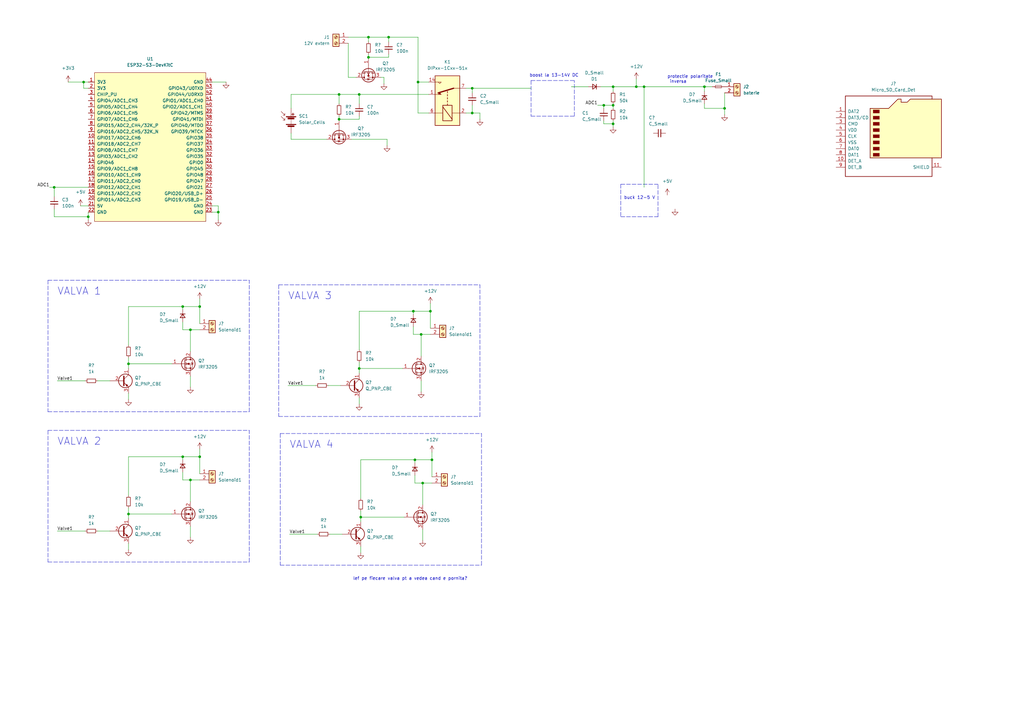
<source format=kicad_sch>
(kicad_sch (version 20211123) (generator eeschema)
  (paper "A3")
  (lib_symbols
    (symbol "Connector:Micro_SD_Card_Det" (pin_names (offset 1.016))
      (property "Reference" "J" (at -16.51 17.78 0))
      (property "Value" "Micro_SD_Card_Det" (at 16.51 17.78 0))
      (symbol "Micro_SD_Card_Det_0_1"
        (rectangle (start -7.62 -6.985) (end -5.08 -8.255) (fill (type outline)))
        (rectangle (start -7.62 -4.445) (end -5.08 -5.715) (fill (type outline)))
        (rectangle (start -7.62 -1.905) (end -5.08 -3.175) (fill (type outline)))
        (rectangle (start -7.62 0.635) (end -5.08 -0.635) (fill (type outline)))
        (rectangle (start -7.62 3.175) (end -5.08 1.905) (fill (type outline)))
        (rectangle (start -7.62 5.715) (end -5.08 4.445) (fill (type outline)))
        (rectangle (start -7.62 8.255) (end -5.08 6.985) (fill (type outline)))
        (rectangle (start -7.62 10.795) (end -5.08 9.525) (fill (type outline)))
        (polyline (pts (xy 16.51 15.24) (xy 16.51 16.51) (xy -19.05 16.51) (xy -19.05 -16.51) (xy 16.51 -16.51) (xy 16.51 -8.89)) (stroke (width 0.254)))
        (polyline (pts (xy -8.89 -8.89) (xy -8.89 11.43) (xy -1.27 11.43) (xy 2.54 15.24) (xy 3.81 15.24) (xy 3.81 13.97) (xy 6.35 13.97) (xy 7.62 15.24) (xy 20.32 15.24) (xy 20.32 -8.89) (xy -8.89 -8.89)) (stroke (width 0.254)) (fill (type background)))
      )
      (symbol "Micro_SD_Card_Det_1_1"
        (pin bidirectional line (at -22.86 10.16 0) (length 3.81) (name "DAT2") (number "1"))
        (pin passive line (at -22.86 -10.16 0) (length 3.81) (name "DET_A") (number "10"))
        (pin passive line (at 20.32 -12.7 180) (length 3.81) (name "SHIELD") (number "11"))
        (pin bidirectional line (at -22.86 7.62 0) (length 3.81) (name "DAT3/CD") (number "2"))
        (pin input line (at -22.86 5.08 0) (length 3.81) (name "CMD") (number "3"))
        (pin power_in line (at -22.86 2.54 0) (length 3.81) (name "VDD") (number "4"))
        (pin input line (at -22.86 0 0) (length 3.81) (name "CLK") (number "5"))
        (pin power_in line (at -22.86 -2.54 0) (length 3.81) (name "VSS") (number "6"))
        (pin bidirectional line (at -22.86 -5.08 0) (length 3.81) (name "DAT0") (number "7"))
        (pin bidirectional line (at -22.86 -7.62 0) (length 3.81) (name "DAT1") (number "8"))
        (pin passive line (at -22.86 -12.7 0) (length 3.81) (name "DET_B") (number "9"))
      )
    )
    (symbol "Connector:Screw_Terminal_01x02" (pin_names (offset 1.016) hide)
      (property "Reference" "J" (at 0 2.54 0))
      (property "Value" "Screw_Terminal_01x02" (at 0 -5.08 0))
      (symbol "Screw_Terminal_01x02_1_1"
        (rectangle (start -1.27 1.27) (end 1.27 -3.81) (stroke (width 0.254)) (fill (type background)))
        (circle (center 0 -2.54) (radius 0.635) (stroke (width 0.1524)))
        (polyline (pts (xy -0.5334 -2.2098) (xy 0.3302 -3.048)) (stroke (width 0.1524)))
        (polyline (pts (xy -0.5334 0.3302) (xy 0.3302 -0.508)) (stroke (width 0.1524)))
        (polyline (pts (xy -0.3556 -2.032) (xy 0.508 -2.8702)) (stroke (width 0.1524)))
        (polyline (pts (xy -0.3556 0.508) (xy 0.508 -0.3302)) (stroke (width 0.1524)))
        (circle (center 0 0) (radius 0.635) (stroke (width 0.1524)))
        (pin passive line (at -5.08 0 0) (length 3.81) (name "Pin_1") (number "1"))
        (pin passive line (at -5.08 -2.54 0) (length 3.81) (name "Pin_2") (number "2"))
      )
    )
    (symbol "Device:C_Small" (pin_numbers hide) (pin_names (offset 0.254) hide)
      (property "Reference" "C" (at 0.254 1.778 0))
      (property "Value" "C_Small" (at 0.254 -2.032 0))
      (symbol "C_Small_0_1"
        (polyline (pts (xy -1.524 -0.508) (xy 1.524 -0.508)) (stroke (width 0.3302)))
        (polyline (pts (xy -1.524 0.508) (xy 1.524 0.508)) (stroke (width 0.3048)))
      )
      (symbol "C_Small_1_1"
        (pin passive line (at 0 2.54 270) (length 2.032) (name "~") (number "1"))
        (pin passive line (at 0 -2.54 90) (length 2.032) (name "~") (number "2"))
      )
    )
    (symbol "Device:D_Small" (pin_numbers hide) (pin_names (offset 0.254) hide)
      (property "Reference" "D" (at -1.27 2.032 0))
      (property "Value" "D_Small" (at -3.81 -2.032 0))
      (symbol "D_Small_0_1"
        (polyline (pts (xy -0.762 -1.016) (xy -0.762 1.016)) (stroke (width 0.254)))
        (polyline (pts (xy -0.762 0) (xy 0.762 0)))
        (polyline (pts (xy 0.762 -1.016) (xy -0.762 0) (xy 0.762 1.016) (xy 0.762 -1.016)) (stroke (width 0.254)))
      )
      (symbol "D_Small_1_1"
        (pin passive line (at -2.54 0 0) (length 1.778) (name "K") (number "1"))
        (pin passive line (at 2.54 0 180) (length 1.778) (name "A") (number "2"))
      )
    )
    (symbol "Device:Fuse_Small" (pin_numbers hide) (pin_names (offset 0.254) hide)
      (property "Reference" "F" (at 0 -1.524 0))
      (property "Value" "Fuse_Small" (at 0 1.524 0))
      (symbol "Fuse_Small_0_1"
        (rectangle (start -1.27 0.508) (end 1.27 -0.508))
        (polyline (pts (xy -1.27 0) (xy 1.27 0)))
      )
      (symbol "Fuse_Small_1_1"
        (pin passive line (at -2.54 0 0) (length 1.27) (name "~") (number "1"))
        (pin passive line (at 2.54 0 180) (length 1.27) (name "~") (number "2"))
      )
    )
    (symbol "Device:Q_PNP_CBE" (pin_names (offset 0) hide)
      (property "Reference" "Q" (at 5.08 1.27 0))
      (property "Value" "Q_PNP_CBE" (at 5.08 -1.27 0))
      (symbol "Q_PNP_CBE_0_1"
        (polyline (pts (xy 0.635 0.635) (xy 2.54 2.54)))
        (polyline (pts (xy 0.635 -0.635) (xy 2.54 -2.54) (xy 2.54 -2.54)))
        (polyline (pts (xy 0.635 1.905) (xy 0.635 -1.905) (xy 0.635 -1.905)) (stroke (width 0.508)))
        (polyline (pts (xy 2.286 -1.778) (xy 1.778 -2.286) (xy 1.27 -1.27) (xy 2.286 -1.778) (xy 2.286 -1.778)) (fill (type outline)))
        (circle (center 1.27 0) (radius 2.8194) (stroke (width 0.254)))
      )
      (symbol "Q_PNP_CBE_1_1"
        (pin passive line (at 2.54 5.08 270) (length 2.54) (name "C") (number "1"))
        (pin input line (at -5.08 0 0) (length 5.715) (name "B") (number "2"))
        (pin passive line (at 2.54 -5.08 90) (length 2.54) (name "E") (number "3"))
      )
    )
    (symbol "Device:R_Small" (pin_numbers hide) (pin_names (offset 0.254) hide)
      (property "Reference" "R" (at 0.762 0.508 0))
      (property "Value" "R_Small" (at 0.762 -1.016 0))
      (symbol "R_Small_0_1"
        (rectangle (start -0.762 1.778) (end 0.762 -1.778) (stroke (width 0.2032)))
      )
      (symbol "R_Small_1_1"
        (pin passive line (at 0 2.54 270) (length 0.762) (name "~") (number "1"))
        (pin passive line (at 0 -2.54 90) (length 0.762) (name "~") (number "2"))
      )
    )
    (symbol "Device:Solar_Cells" (pin_numbers hide) (pin_names (offset 0) hide)
      (property "Reference" "SC" (at 2.54 2.54 0))
      (property "Value" "Solar_Cells" (at 2.54 0 0))
      (symbol "Solar_Cells_0_1"
        (rectangle (start -2.032 -1.397) (end 2.032 -1.651) (fill (type outline)))
        (rectangle (start -2.032 1.778) (end 2.032 1.524) (fill (type outline)))
        (rectangle (start -1.3208 -1.9812) (end 1.27 -2.4892) (fill (type outline)))
        (rectangle (start -1.3208 1.1938) (end 1.27 0.6858) (fill (type outline)))
        (polyline (pts (xy -2.54 0.254) (xy -4.064 1.778)))
        (polyline (pts (xy -2.54 2.286) (xy -4.064 3.81)))
        (polyline (pts (xy 0 -1.524) (xy 0 -1.27)))
        (polyline (pts (xy 0 -1.016) (xy 0 -0.762)))
        (polyline (pts (xy 0 -0.508) (xy 0 -0.254)))
        (polyline (pts (xy 0 0) (xy 0 0.254)))
        (polyline (pts (xy 0 0.508) (xy 0 0.762)))
        (polyline (pts (xy 0 1.778) (xy 0 2.54)))
        (polyline (pts (xy 0.254 2.667) (xy 1.27 2.667)) (stroke (width 0.254)))
        (polyline (pts (xy 0.762 3.175) (xy 0.762 2.159)) (stroke (width 0.254)))
        (polyline (pts (xy -2.54 1.016) (xy -2.54 0.254) (xy -3.302 0.254)))
        (polyline (pts (xy -2.54 3.048) (xy -2.54 2.286) (xy -3.302 2.286)))
      )
      (symbol "Solar_Cells_1_1"
        (pin passive line (at 0 5.08 270) (length 2.54) (name "+") (number "1"))
        (pin passive line (at 0 -5.08 90) (length 2.54) (name "-") (number "2"))
      )
    )
    (symbol "Espressif:ESP32-S3-DevKitC" (pin_names (offset 1.016))
      (property "Reference" "U" (at -2.54 30.48 0))
      (property "Value" "ESP32-S3-DevKitC" (at 1.27 -33.02 0))
      (symbol "ESP32-S3-DevKitC_0_0"
        (pin bidirectional line (at -25.4 -7.62 0) (length 2.54) (name "GPIO46") (number "14"))
        (pin bidirectional line (at -25.4 -20.32 0) (length 2.54) (name "GPIO13/ADC2_CH2") (number "19"))
        (pin power_in line (at -25.4 22.86 0) (length 2.54) (name "3V3") (number "2"))
        (pin bidirectional line (at 25.4 12.7 180) (length 2.54) (name "GPIO42/MTMS") (number "39"))
        (pin bidirectional line (at 25.4 15.24 180) (length 2.54) (name "GPIO2/ADC1_CH1") (number "40"))
        (pin bidirectional line (at 25.4 17.78 180) (length 2.54) (name "GPIO1/ADC1_CH0") (number "41"))
        (pin bidirectional line (at 25.4 20.32 180) (length 2.54) (name "GPIO44/U0RXD") (number "42"))
        (pin bidirectional line (at 25.4 22.86 180) (length 2.54) (name "GPIO43/U0TXD") (number "43"))
        (pin power_in line (at 25.4 25.4 180) (length 2.54) (name "GND") (number "44"))
      )
      (symbol "ESP32-S3-DevKitC_0_1"
        (rectangle (start 22.86 -31.75) (end -22.86 29.21) (fill (type background)))
      )
      (symbol "ESP32-S3-DevKitC_1_1"
        (pin power_in line (at -25.4 25.4 0) (length 2.54) (name "3V3") (number "1"))
        (pin bidirectional line (at -25.4 2.54 0) (length 2.54) (name "GPIO17/ADC2_CH6") (number "10"))
        (pin bidirectional line (at -25.4 0 0) (length 2.54) (name "GPIO18/ADC2_CH7") (number "11"))
        (pin bidirectional line (at -25.4 -2.54 0) (length 2.54) (name "GPIO8/ADC1_CH7") (number "12"))
        (pin bidirectional line (at -25.4 -5.08 0) (length 2.54) (name "GPIO3/ADC1_CH2") (number "13"))
        (pin bidirectional line (at -25.4 -10.16 0) (length 2.54) (name "GPIO9/ADC1_CH8") (number "15"))
        (pin bidirectional line (at -25.4 -12.7 0) (length 2.54) (name "GPIO10/ADC1_CH9") (number "16"))
        (pin bidirectional line (at -25.4 -15.24 0) (length 2.54) (name "GPIO11/ADC2_CH0") (number "17"))
        (pin bidirectional line (at -25.4 -17.78 0) (length 2.54) (name "GPIO12/ADC2_CH1") (number "18"))
        (pin bidirectional line (at -25.4 -22.86 0) (length 2.54) (name "GPIO14/ADC2_CH3") (number "20"))
        (pin power_in line (at -25.4 -25.4 0) (length 2.54) (name "5V") (number "21"))
        (pin power_in line (at -25.4 -27.94 0) (length 2.54) (name "GND") (number "22"))
        (pin power_in line (at 25.4 -27.94 180) (length 2.54) (name "GND") (number "23"))
        (pin power_in line (at 25.4 -25.4 180) (length 2.54) (name "GND") (number "24"))
        (pin bidirectional line (at 25.4 -22.86 180) (length 2.54) (name "GPIO19/USB_D-") (number "25"))
        (pin bidirectional line (at 25.4 -20.32 180) (length 2.54) (name "GPIO20/USB_D+") (number "26"))
        (pin bidirectional line (at 25.4 -17.78 180) (length 2.54) (name "GPIO21") (number "27"))
        (pin bidirectional line (at 25.4 -15.24 180) (length 2.54) (name "GPIO47") (number "28"))
        (pin bidirectional line (at 25.4 -12.7 180) (length 2.54) (name "GPIO48") (number "29"))
        (pin input line (at -25.4 20.32 0) (length 2.54) (name "CHIP_PU") (number "3"))
        (pin bidirectional line (at 25.4 -10.16 180) (length 2.54) (name "GPIO45") (number "30"))
        (pin bidirectional line (at 25.4 -7.62 180) (length 2.54) (name "GPIO0") (number "31"))
        (pin bidirectional line (at 25.4 -5.08 180) (length 2.54) (name "GPIO35") (number "32"))
        (pin bidirectional line (at 25.4 -2.54 180) (length 2.54) (name "GPIO36") (number "33"))
        (pin bidirectional line (at 25.4 0 180) (length 2.54) (name "GPIO37") (number "34"))
        (pin bidirectional line (at 25.4 2.54 180) (length 2.54) (name "GPIO38") (number "35"))
        (pin bidirectional line (at 25.4 5.08 180) (length 2.54) (name "GPIO39/MTCK") (number "36"))
        (pin bidirectional line (at 25.4 7.62 180) (length 2.54) (name "GPIO40/MTDO") (number "37"))
        (pin bidirectional line (at 25.4 10.16 180) (length 2.54) (name "GPIO41/MTDI") (number "38"))
        (pin bidirectional line (at -25.4 17.78 0) (length 2.54) (name "GPIO4/ADC1_CH3") (number "4"))
        (pin bidirectional line (at -25.4 15.24 0) (length 2.54) (name "GPIO5/ADC1_CH4") (number "5"))
        (pin bidirectional line (at -25.4 12.7 0) (length 2.54) (name "GPIO6/ADC1_CH5") (number "6"))
        (pin bidirectional line (at -25.4 10.16 0) (length 2.54) (name "GPIO7/ADC1_CH6") (number "7"))
        (pin bidirectional line (at -25.4 7.62 0) (length 2.54) (name "GPIO15/ADC2_CH4/32K_P") (number "8"))
        (pin bidirectional line (at -25.4 5.08 0) (length 2.54) (name "GPIO16/ADC2_CH5/32K_N") (number "9"))
      )
    )
    (symbol "Relay:DIPxx-1Cxx-51x"
      (property "Reference" "K" (at 11.43 3.81 0))
      (property "Value" "DIPxx-1Cxx-51x" (at 11.43 1.27 0))
      (symbol "DIPxx-1Cxx-51x_0_0"
        (polyline (pts (xy 2.54 5.08) (xy 2.54 2.54) (xy 3.175 3.175) (xy 2.54 3.81)) (fill (type outline)))
        (polyline (pts (xy 7.62 5.08) (xy 7.62 2.54) (xy 6.985 3.175) (xy 7.62 3.81)))
      )
      (symbol "DIPxx-1Cxx-51x_0_1"
        (rectangle (start -10.16 5.08) (end 10.16 -5.08) (stroke (width 0.254)) (fill (type background)))
        (rectangle (start -8.255 1.905) (end -1.905 -1.905) (stroke (width 0.254)))
        (polyline (pts (xy -7.62 -1.905) (xy -2.54 1.905)) (stroke (width 0.254)))
        (polyline (pts (xy -5.08 -5.08) (xy -5.08 -1.905)))
        (polyline (pts (xy -5.08 5.08) (xy -5.08 1.905)))
        (polyline (pts (xy -1.905 0) (xy -1.27 0)) (stroke (width 0.254)))
        (polyline (pts (xy -0.635 0) (xy 0 0)) (stroke (width 0.254)))
        (polyline (pts (xy 0.635 0) (xy 1.27 0)) (stroke (width 0.254)))
        (polyline (pts (xy 1.905 0) (xy 2.54 0)) (stroke (width 0.254)))
        (polyline (pts (xy 3.175 0) (xy 3.81 0)) (stroke (width 0.254)))
        (polyline (pts (xy 5.08 -2.54) (xy 3.175 3.81)) (stroke (width 0.508)))
        (polyline (pts (xy 5.08 -2.54) (xy 5.08 -5.08)))
      )
      (symbol "DIPxx-1Cxx-51x_1_1"
        (pin passive line (at 2.54 7.62 270) (length 2.54) (name "~") (number "1"))
        (pin passive line (at 7.62 7.62 270) (length 2.54) (name "~") (number "14"))
        (pin passive line (at -5.08 -7.62 90) (length 2.54) (name "~") (number "2"))
        (pin passive line (at -5.08 7.62 270) (length 2.54) (name "~") (number "6"))
        (pin passive line (at 5.08 -7.62 90) (length 2.54) (name "~") (number "7"))
        (pin passive line (at 5.08 -7.62 90) (length 2.54) hide (name "~") (number "8"))
      )
    )
    (symbol "Transistor_FET:IRF3205" (pin_names hide)
      (property "Reference" "Q" (at 6.35 1.905 0))
      (property "Value" "IRF3205" (at 6.35 0 0))
      (symbol "IRF3205_0_1"
        (polyline (pts (xy 0.254 0) (xy -2.54 0)))
        (polyline (pts (xy 0.254 1.905) (xy 0.254 -1.905)) (stroke (width 0.254)))
        (polyline (pts (xy 0.762 -1.27) (xy 0.762 -2.286)) (stroke (width 0.254)))
        (polyline (pts (xy 0.762 0.508) (xy 0.762 -0.508)) (stroke (width 0.254)))
        (polyline (pts (xy 0.762 2.286) (xy 0.762 1.27)) (stroke (width 0.254)))
        (polyline (pts (xy 2.54 2.54) (xy 2.54 1.778)))
        (polyline (pts (xy 2.54 -2.54) (xy 2.54 0) (xy 0.762 0)))
        (polyline (pts (xy 0.762 -1.778) (xy 3.302 -1.778) (xy 3.302 1.778) (xy 0.762 1.778)))
        (polyline (pts (xy 1.016 0) (xy 2.032 0.381) (xy 2.032 -0.381) (xy 1.016 0)) (fill (type outline)))
        (polyline (pts (xy 2.794 0.508) (xy 2.921 0.381) (xy 3.683 0.381) (xy 3.81 0.254)))
        (polyline (pts (xy 3.302 0.381) (xy 2.921 -0.254) (xy 3.683 -0.254) (xy 3.302 0.381)))
        (circle (center 1.651 0) (radius 2.794) (stroke (width 0.254)))
        (circle (center 2.54 -1.778) (radius 0.254) (fill (type outline)))
        (circle (center 2.54 1.778) (radius 0.254) (fill (type outline)))
      )
      (symbol "IRF3205_1_1"
        (pin input line (at -5.08 0 0) (length 2.54) (name "G") (number "1"))
        (pin passive line (at 2.54 5.08 270) (length 2.54) (name "D") (number "2"))
        (pin passive line (at 2.54 -5.08 90) (length 2.54) (name "S") (number "3"))
      )
    )
    (symbol "power:+12V" (power) (pin_names (offset 0))
      (property "Value" "+12V" (at 0 3.556 0))
      (symbol "+12V_0_1"
        (polyline (pts (xy -0.762 1.27) (xy 0 2.54)))
        (polyline (pts (xy 0 0) (xy 0 2.54)))
        (polyline (pts (xy 0 2.54) (xy 0.762 1.27)))
      )
      (symbol "+12V_1_1"
        (pin power_in line (at 0 0 90) (length 0) hide (name "+12V") (number "1"))
      )
    )
    (symbol "power:+3V3" (power) (pin_names (offset 0))
      (property "Value" "+3V3" (at 0 3.556 0))
      (symbol "+3V3_0_1"
        (polyline (pts (xy -0.762 1.27) (xy 0 2.54)))
        (polyline (pts (xy 0 0) (xy 0 2.54)))
        (polyline (pts (xy 0 2.54) (xy 0.762 1.27)))
      )
      (symbol "+3V3_1_1"
        (pin power_in line (at 0 0 90) (length 0) hide (name "+3V3") (number "1"))
      )
    )
    (symbol "power:+5V" (power) (pin_names (offset 0))
      (property "Value" "+5V" (at 0 3.556 0))
      (symbol "+5V_0_1"
        (polyline (pts (xy -0.762 1.27) (xy 0 2.54)))
        (polyline (pts (xy 0 0) (xy 0 2.54)))
        (polyline (pts (xy 0 2.54) (xy 0.762 1.27)))
      )
      (symbol "+5V_1_1"
        (pin power_in line (at 0 0 90) (length 0) hide (name "+5V") (number "1"))
      )
    )
    (symbol "power:GND" (power) (pin_names (offset 0))
      (property "Value" "GND" (at 0 -3.81 0))
      (symbol "GND_0_1"
        (polyline (pts (xy 0 0) (xy 0 -1.27) (xy 1.27 -1.27) (xy 0 -2.54) (xy -1.27 -1.27) (xy 0 -1.27)))
      )
      (symbol "GND_1_1"
        (pin power_in line (at 0 0 270) (length 0) hide (name "GND") (number "1"))
      )
    )
  )
  (junction (at 159.385 15.24))
  (junction (at 251.46 35.56))
  (junction (at 52.705 149.225))
  (junction (at 173.355 198.12))
  (junction (at 171.45 33.655))
  (junction (at 81.915 187.325))
  (junction (at 251.46 50.8))
  (junction (at 139.065 38.735))
  (junction (at 172.72 137.16))
  (junction (at 151.13 15.24))
  (junction (at 89.535 86.995))
  (junction (at 147.32 38.735))
  (junction (at 22.225 76.835))
  (junction (at 147.32 151.13))
  (junction (at 78.105 196.85))
  (junction (at 151.13 23.495))
  (junction (at 260.985 35.56))
  (junction (at 74.93 125.73))
  (junction (at 247.65 43.18))
  (junction (at 170.18 188.595))
  (junction (at 288.925 35.56))
  (junction (at 139.065 48.895))
  (junction (at 78.105 135.255))
  (junction (at 176.53 127.635))
  (junction (at 251.46 43.18))
  (junction (at 81.915 125.73))
  (junction (at 36.195 88.9))
  (junction (at 177.165 188.595))
  (junction (at 147.955 212.09))
  (junction (at 74.93 187.325))
  (junction (at 169.545 127.635))
  (junction (at 34.29 33.655))
  (junction (at 297.18 44.45))
  (junction (at 193.675 46.355))
  (junction (at 264.16 35.56))
  (junction (at 52.705 210.82))
  (junction (at 193.675 36.195))
  (wire (pts (xy 135.255 219.075) (xy 140.335 219.075)))
  (wire (pts (xy 175.895 46.355) (xy 171.45 46.355)))
  (wire (pts (xy 147.955 213.995) (xy 147.955 212.09)))
  (polyline (pts (xy 114.3 170.815) (xy 196.85 170.815)))
  (wire (pts (xy 245.11 43.18) (xy 247.65 43.18)))
  (wire (pts (xy 78.105 215.9) (xy 78.105 220.345)))
  (wire (pts (xy 147.32 153.035) (xy 147.32 151.13)))
  (wire (pts (xy 142.875 15.24) (xy 151.13 15.24)))
  (wire (pts (xy 156.21 31.75) (xy 157.48 31.75)))
  (polyline (pts (xy 19.685 176.53) (xy 102.235 176.53)))
  (wire (pts (xy 36.195 88.9) (xy 36.195 90.17)))
  (wire (pts (xy 52.705 225.425) (xy 52.705 222.885)))
  (wire (pts (xy 251.46 35.56) (xy 251.46 37.465)))
  (wire (pts (xy 297.18 44.45) (xy 297.18 46.99)))
  (wire (pts (xy 52.705 151.13) (xy 52.705 149.225)))
  (wire (pts (xy 20.32 76.835) (xy 22.225 76.835)))
  (wire (pts (xy 151.13 22.225) (xy 151.13 23.495)))
  (wire (pts (xy 119.38 44.45) (xy 119.38 38.735)))
  (wire (pts (xy 159.385 15.24) (xy 171.45 15.24)))
  (polyline (pts (xy 235.585 47.625) (xy 235.585 33.02)))
  (wire (pts (xy 171.45 33.655) (xy 175.895 33.655)))
  (wire (pts (xy 288.925 42.545) (xy 288.925 44.45)))
  (wire (pts (xy 193.675 46.355) (xy 191.135 46.355)))
  (wire (pts (xy 139.065 47.625) (xy 139.065 48.895)))
  (wire (pts (xy 171.45 46.355) (xy 171.45 33.655)))
  (wire (pts (xy 193.675 43.18) (xy 193.675 46.355)))
  (wire (pts (xy 27.94 33.655) (xy 34.29 33.655)))
  (polyline (pts (xy 217.805 33.02) (xy 217.805 47.625)))
  (polyline (pts (xy 269.875 88.9) (xy 269.875 75.565)))
  (wire (pts (xy 40.005 217.805) (xy 45.085 217.805)))
  (wire (pts (xy 74.93 125.73) (xy 81.915 125.73)))
  (polyline (pts (xy 19.685 168.91) (xy 102.235 168.91)))
  (wire (pts (xy 139.065 48.895) (xy 139.065 49.53)))
  (wire (pts (xy 133.985 57.15) (xy 119.38 57.15)))
  (polyline (pts (xy 114.3 116.84) (xy 196.85 116.84)))
  (wire (pts (xy 23.495 156.21) (xy 34.925 156.21)))
  (wire (pts (xy 193.675 36.195) (xy 193.675 38.1)))
  (wire (pts (xy 171.45 15.24) (xy 171.45 33.655)))
  (wire (pts (xy 142.875 31.75) (xy 142.875 17.78)))
  (wire (pts (xy 52.705 212.725) (xy 52.705 210.82)))
  (wire (pts (xy 74.93 127) (xy 74.93 125.73)))
  (wire (pts (xy 172.72 137.16) (xy 176.53 137.16)))
  (polyline (pts (xy 19.685 230.505) (xy 102.235 230.505)))
  (wire (pts (xy 81.915 184.15) (xy 81.915 187.325)))
  (wire (pts (xy 264.16 35.56) (xy 264.16 76.835)))
  (wire (pts (xy 151.13 23.495) (xy 159.385 23.495)))
  (wire (pts (xy 193.675 36.195) (xy 217.805 36.195)))
  (wire (pts (xy 118.745 219.075) (xy 130.175 219.075)))
  (wire (pts (xy 173.355 198.12) (xy 173.355 207.01)))
  (wire (pts (xy 264.16 35.56) (xy 288.925 35.56)))
  (wire (pts (xy 147.32 42.545) (xy 147.32 38.735)))
  (wire (pts (xy 173.355 217.17) (xy 173.355 221.615)))
  (wire (pts (xy 147.32 151.13) (xy 165.1 151.13)))
  (polyline (pts (xy 254.635 75.565) (xy 254.635 88.9)))
  (wire (pts (xy 74.93 196.85) (xy 78.105 196.85)))
  (wire (pts (xy 251.46 50.8) (xy 251.46 52.07)))
  (polyline (pts (xy 197.485 231.775) (xy 197.485 177.8)))
  (polyline (pts (xy 114.935 177.8) (xy 114.935 231.775)))
  (wire (pts (xy 147.32 48.895) (xy 147.32 47.625)))
  (wire (pts (xy 118.11 158.115) (xy 129.54 158.115)))
  (wire (pts (xy 172.72 137.16) (xy 172.72 146.05)))
  (wire (pts (xy 81.915 187.325) (xy 81.915 194.31)))
  (wire (pts (xy 172.72 156.21) (xy 172.72 160.655)))
  (wire (pts (xy 52.705 163.83) (xy 52.705 161.29)))
  (wire (pts (xy 247.65 49.53) (xy 247.65 50.8)))
  (polyline (pts (xy 114.935 177.8) (xy 197.485 177.8)))
  (polyline (pts (xy 19.685 176.53) (xy 19.685 230.505)))
  (wire (pts (xy 119.38 38.735) (xy 139.065 38.735)))
  (wire (pts (xy 246.38 35.56) (xy 251.46 35.56)))
  (wire (pts (xy 40.005 156.21) (xy 45.085 156.21)))
  (wire (pts (xy 247.65 43.18) (xy 247.65 44.45)))
  (wire (pts (xy 74.93 135.255) (xy 78.105 135.255)))
  (wire (pts (xy 169.545 133.985) (xy 169.545 137.16)))
  (wire (pts (xy 78.105 135.255) (xy 78.105 144.145)))
  (polyline (pts (xy 254.635 88.9) (xy 269.875 88.9)))
  (wire (pts (xy 177.165 188.595) (xy 177.165 195.58)))
  (wire (pts (xy 86.995 33.655) (xy 92.71 33.655)))
  (wire (pts (xy 22.225 88.9) (xy 22.225 85.725)))
  (wire (pts (xy 139.065 38.735) (xy 139.065 42.545)))
  (wire (pts (xy 74.93 132.08) (xy 74.93 135.255)))
  (wire (pts (xy 139.065 38.735) (xy 147.32 38.735)))
  (wire (pts (xy 147.32 151.13) (xy 147.32 148.59)))
  (wire (pts (xy 74.93 187.325) (xy 81.915 187.325)))
  (wire (pts (xy 52.705 203.2) (xy 52.705 187.325)))
  (polyline (pts (xy 254.635 75.565) (xy 269.875 75.565)))
  (wire (pts (xy 177.165 185.42) (xy 177.165 188.595)))
  (wire (pts (xy 147.955 212.09) (xy 147.955 209.55)))
  (wire (pts (xy 22.225 76.835) (xy 36.195 76.835)))
  (wire (pts (xy 288.925 44.45) (xy 297.18 44.45)))
  (wire (pts (xy 288.925 35.56) (xy 288.925 37.465)))
  (wire (pts (xy 151.13 15.24) (xy 151.13 17.145)))
  (wire (pts (xy 89.535 86.995) (xy 89.535 90.17)))
  (wire (pts (xy 247.65 43.18) (xy 251.46 43.18)))
  (wire (pts (xy 159.385 17.145) (xy 159.385 15.24)))
  (wire (pts (xy 52.705 125.73) (xy 74.93 125.73)))
  (wire (pts (xy 52.705 210.82) (xy 70.485 210.82)))
  (wire (pts (xy 288.925 35.56) (xy 292.1 35.56)))
  (wire (pts (xy 78.105 135.255) (xy 81.915 135.255)))
  (wire (pts (xy 36.195 86.995) (xy 36.195 88.9)))
  (wire (pts (xy 34.29 36.195) (xy 34.29 33.655)))
  (wire (pts (xy 173.355 198.12) (xy 177.165 198.12)))
  (wire (pts (xy 78.105 196.85) (xy 78.105 205.74)))
  (wire (pts (xy 36.195 88.9) (xy 22.225 88.9)))
  (wire (pts (xy 147.955 226.695) (xy 147.955 224.155)))
  (wire (pts (xy 234.315 35.56) (xy 241.3 35.56)))
  (wire (pts (xy 170.18 198.12) (xy 173.355 198.12)))
  (wire (pts (xy 196.85 46.355) (xy 193.675 46.355)))
  (wire (pts (xy 23.495 217.805) (xy 34.925 217.805)))
  (wire (pts (xy 86.995 86.995) (xy 89.535 86.995)))
  (wire (pts (xy 147.32 38.735) (xy 175.895 38.735)))
  (wire (pts (xy 139.065 48.895) (xy 147.32 48.895)))
  (wire (pts (xy 176.53 127.635) (xy 176.53 134.62)))
  (wire (pts (xy 52.705 149.225) (xy 52.705 146.685)))
  (wire (pts (xy 36.195 36.195) (xy 34.29 36.195)))
  (wire (pts (xy 251.46 42.545) (xy 251.46 43.18)))
  (wire (pts (xy 52.705 210.82) (xy 52.705 208.28)))
  (wire (pts (xy 170.18 188.595) (xy 177.165 188.595)))
  (wire (pts (xy 151.13 23.495) (xy 151.13 24.13)))
  (wire (pts (xy 159.385 23.495) (xy 159.385 22.225)))
  (wire (pts (xy 81.915 125.73) (xy 81.915 132.715)))
  (wire (pts (xy 89.535 84.455) (xy 89.535 86.995)))
  (polyline (pts (xy 196.85 170.815) (xy 196.85 116.84)))
  (polyline (pts (xy 114.935 231.775) (xy 197.485 231.775)))
  (wire (pts (xy 147.955 188.595) (xy 170.18 188.595)))
  (wire (pts (xy 34.29 33.655) (xy 36.195 33.655)))
  (polyline (pts (xy 19.685 114.935) (xy 19.685 168.91)))
  (wire (pts (xy 78.105 154.305) (xy 78.105 158.75)))
  (wire (pts (xy 134.62 158.115) (xy 139.7 158.115)))
  (polyline (pts (xy 217.805 47.625) (xy 235.585 47.625)))
  (polyline (pts (xy 102.235 168.91) (xy 102.235 114.935)))
  (wire (pts (xy 251.46 49.53) (xy 251.46 50.8)))
  (wire (pts (xy 251.46 43.18) (xy 251.46 44.45)))
  (wire (pts (xy 247.65 50.8) (xy 251.46 50.8)))
  (wire (pts (xy 196.85 46.355) (xy 196.85 48.895)))
  (wire (pts (xy 251.46 35.56) (xy 260.985 35.56)))
  (wire (pts (xy 22.225 80.645) (xy 22.225 76.835)))
  (polyline (pts (xy 217.805 33.02) (xy 235.585 33.02)))
  (wire (pts (xy 81.915 122.555) (xy 81.915 125.73)))
  (polyline (pts (xy 102.235 230.505) (xy 102.235 176.53)))
  (wire (pts (xy 33.02 84.455) (xy 36.195 84.455)))
  (wire (pts (xy 170.18 189.865) (xy 170.18 188.595)))
  (wire (pts (xy 147.32 143.51) (xy 147.32 127.635)))
  (wire (pts (xy 260.985 32.385) (xy 260.985 35.56)))
  (wire (pts (xy 86.995 84.455) (xy 89.535 84.455)))
  (wire (pts (xy 169.545 128.905) (xy 169.545 127.635)))
  (polyline (pts (xy 114.3 116.84) (xy 114.3 170.815)))
  (wire (pts (xy 74.93 188.595) (xy 74.93 187.325)))
  (wire (pts (xy 119.38 57.15) (xy 119.38 54.61)))
  (wire (pts (xy 147.955 212.09) (xy 165.735 212.09)))
  (wire (pts (xy 78.105 196.85) (xy 81.915 196.85)))
  (wire (pts (xy 169.545 127.635) (xy 176.53 127.635)))
  (wire (pts (xy 157.48 31.75) (xy 157.48 34.29)))
  (wire (pts (xy 52.705 141.605) (xy 52.705 125.73)))
  (polyline (pts (xy 19.685 114.935) (xy 102.235 114.935)))
  (wire (pts (xy 169.545 137.16) (xy 172.72 137.16)))
  (wire (pts (xy 74.93 193.675) (xy 74.93 196.85)))
  (wire (pts (xy 158.75 57.15) (xy 144.145 57.15)))
  (wire (pts (xy 147.955 204.47) (xy 147.955 188.595)))
  (wire (pts (xy 147.32 127.635) (xy 169.545 127.635)))
  (wire (pts (xy 146.05 31.75) (xy 142.875 31.75)))
  (wire (pts (xy 191.135 36.195) (xy 193.675 36.195)))
  (wire (pts (xy 170.18 194.945) (xy 170.18 198.12)))
  (wire (pts (xy 147.32 165.735) (xy 147.32 163.195)))
  (wire (pts (xy 151.13 15.24) (xy 159.385 15.24)))
  (wire (pts (xy 297.18 38.1) (xy 297.18 44.45)))
  (wire (pts (xy 176.53 124.46) (xy 176.53 127.635)))
  (wire (pts (xy 260.985 35.56) (xy 264.16 35.56)))
  (wire (pts (xy 52.705 149.225) (xy 70.485 149.225)))
  (wire (pts (xy 158.75 57.15) (xy 158.75 59.69)))
  (wire (pts (xy 52.705 187.325) (xy 74.93 187.325)))
  (text "protectie polaritate\n inversa" (at 273.685 34.29 0) (effects (font (size 1.27 1.27)) (justify left bottom)))
  (text "VALVA 1" (at 23.495 121.285 0) (effects (font (size 3 3)) (justify left bottom)))
  (text "VALVA 3" (at 118.11 123.19 0) (effects (font (size 3 3)) (justify left bottom)))
  (text "lef pe fiecare valva pt a vedea cand e pornita?" (at 144.78 238.125 0) (effects (font (size 1.27 1.27)) (justify left bottom)))
  (text "VALVA 2\n" (at 23.495 182.88 0) (effects (font (size 3 3)) (justify left bottom)))
  (text "VALVA 4" (at 118.745 184.15 0) (effects (font (size 3 3)) (justify left bottom)))
  (text "buck 12-5 V" (at 255.905 81.915 0) (effects (font (size 1.27 1.27)) (justify left bottom)))
  (text "boost la 13-14V DC" (at 217.17 31.75 0) (effects (font (size 1.27 1.27)) (justify left bottom)))
  (label "ADC1" (at 245.11 43.18 180))
  (label "ADC1" (at 20.32 76.835 180))
  (label "Valve1" (at 118.745 219.075 0))
  (label "Valve1" (at 23.495 217.805 0))
  (label "Valve1" (at 23.495 156.21 0))
  (label "Valve1" (at 118.11 158.115 0))
  (symbol (lib_id "power:GND") (at 36.195 90.17 0) (unit 1)
    (property "Reference" "#PWR09" (effects hide))
    (property "Value" "GND" (effects hide))
  )
  (symbol (lib_id "Device:C_Small") (at 270.51 54.61 90) (unit 1)
    (property "Reference" "C?" (at 266.065 48.26 90) (effects (justify right)))
    (property "Value" "C_Small" (at 266.065 50.8 90) (effects (justify right)))
  )
  (symbol (lib_id "Connector:Screw_Terminal_01x02") (at 137.795 15.24 0) (mirror y) (unit 1)
    (property "Reference" "J1" (at 135.255 15.2399 0) (effects (justify left)))
    (property "Value" "12V extern" (at 135.255 17.7799 0) (effects (justify left)))
    (property "Footprint" "TerminalBlock:TerminalBlock_Altech_AK300-2_P5.00mm" (effects hide))
  )
  (symbol (lib_id "Connector:Micro_SD_Card_Det") (at 365.76 55.88 0) (unit 1)
    (property "Reference" "J?" (at 366.395 34.29 0))
    (property "Value" "Micro_SD_Card_Det" (at 366.395 36.83 0))
    (property "Datasheet" "https://www.hirose.com/product/en/download_file/key_name/DM3/category/Catalog/doc_file_id/49662/?file_category_id=4&item_id=195&is_series=1" (effects hide))
  )
  (symbol (lib_id "Connector:Screw_Terminal_01x02") (at 86.995 132.715 0) (unit 1)
    (property "Reference" "J?" (at 89.535 132.7149 0) (effects (justify left)))
    (property "Value" "Solenoid1" (at 89.535 135.2549 0) (effects (justify left)))
    (property "Footprint" "TerminalBlock:TerminalBlock_Altech_AK300-2_P5.00mm" (effects hide))
  )
  (symbol (lib_id "power:+12V") (at 260.985 32.385 0) (unit 1)
    (property "Reference" "#PWR02" (effects hide))
    (property "Value" "+12V" (at 260.985 27.305 0))
  )
  (symbol (lib_id "Connector:Screw_Terminal_01x02") (at 181.61 134.62 0) (unit 1)
    (property "Reference" "J?" (at 184.15 134.6199 0) (effects (justify left)))
    (property "Value" "Solenoid1" (at 184.15 137.1599 0) (effects (justify left)))
    (property "Footprint" "TerminalBlock:TerminalBlock_Altech_AK300-2_P5.00mm" (effects hide))
  )
  (symbol (lib_id "power:+12V") (at 176.53 124.46 0) (unit 1)
    (property "Reference" "#PWR?" (effects hide))
    (property "Value" "+12V" (at 176.53 119.38 0))
  )
  (symbol (lib_id "Device:R_Small") (at 251.46 46.99 0) (unit 1)
    (property "Reference" "R2" (at 254 45.7199 0) (effects (justify left)))
    (property "Value" "10k" (at 254 48.2599 0) (effects (justify left)))
  )
  (symbol (lib_id "Device:C_Small") (at 159.385 19.685 0) (unit 1)
    (property "Reference" "C?" (at 162.56 18.4212 0) (effects (justify left)))
    (property "Value" "100n" (at 162.56 20.9612 0) (effects (justify left)))
  )
  (symbol (lib_id "Device:R_Small") (at 37.465 156.21 90) (unit 1)
    (property "Reference" "R?" (at 37.465 149.86 90))
    (property "Value" "1k" (at 37.465 152.4 90))
  )
  (symbol (lib_id "Device:Q_PNP_CBE") (at 50.165 217.805 0) (unit 1)
    (property "Reference" "Q?" (at 55.245 216.5349 0) (effects (justify left)))
    (property "Value" "Q_PNP_CBE" (at 55.245 219.0749 0) (effects (justify left)))
    (property "Footprint" "Package_TO_SOT_THT:TO-92L_Wide" (effects hide))
  )
  (symbol (lib_id "Device:R_Small") (at 147.32 146.05 0) (unit 1)
    (property "Reference" "R?" (at 149.86 144.7799 0) (effects (justify left)))
    (property "Value" "10k" (at 149.86 147.3199 0) (effects (justify left)))
  )
  (symbol (lib_id "power:GND") (at 251.46 52.07 0) (unit 1)
    (property "Reference" "#PWR07" (effects hide))
    (property "Value" "GND" (effects hide))
  )
  (symbol (lib_id "Device:D_Small") (at 169.545 131.445 270) (unit 1)
    (property "Reference" "D?" (at 160.02 130.81 90) (effects (justify left)))
    (property "Value" "D_Small" (at 160.02 133.35 90) (effects (justify left)))
    (property "Footprint" "Diode_THT:D_A-405_P5.08mm_Vertical_AnodeUp" (effects hide))
  )
  (symbol (lib_id "power:GND") (at 157.48 34.29 0) (unit 1)
    (property "Reference" "#PWR?" (effects hide))
    (property "Value" "GND" (effects hide))
  )
  (symbol (lib_id "Relay:DIPxx-1Cxx-51x") (at 183.515 41.275 90) (unit 1)
    (property "Reference" "K1" (at 183.515 25.4 90))
    (property "Value" "DIPxx-1Cxx-51x" (at 183.515 27.94 90))
    (property "Footprint" "Relay_THT:Relay_StandexMeder_DIP_LowProfile" (effects hide))
    (property "Datasheet" "https://standexelectronics.com/wp-content/uploads/datasheet_reed_relay_DIP.pdf" (effects hide))
  )
  (symbol (lib_id "power:+5V") (at 33.02 84.455 0) (unit 1)
    (property "Reference" "#PWR?" (effects hide))
    (property "Value" "+5V" (at 33.02 78.74 0))
  )
  (symbol (lib_id "Device:R_Small") (at 251.46 40.005 0) (unit 1)
    (property "Reference" "R1" (at 254 38.7349 0) (effects (justify left)))
    (property "Value" "50k" (at 254 41.2749 0) (effects (justify left)))
  )
  (symbol (lib_id "Device:R_Small") (at 139.065 45.085 0) (unit 1)
    (property "Reference" "R?" (at 141.605 43.8149 0) (effects (justify left)))
    (property "Value" "10k" (at 141.605 46.3549 0) (effects (justify left)))
  )
  (symbol (lib_id "Device:C_Small") (at 193.675 40.64 0) (unit 1)
    (property "Reference" "C2" (at 196.85 39.3762 0) (effects (justify left)))
    (property "Value" "C_Small" (at 196.85 41.9162 0) (effects (justify left)))
  )
  (symbol (lib_id "power:GND") (at 196.85 48.895 0) (unit 1)
    (property "Reference" "#PWR06" (effects hide))
    (property "Value" "GND" (effects hide))
  )
  (symbol (lib_id "power:+12V") (at 81.915 122.555 0) (unit 1)
    (property "Reference" "#PWR?" (effects hide))
    (property "Value" "+12V" (at 81.915 117.475 0))
  )
  (symbol (lib_id "power:GND") (at 147.955 226.695 0) (unit 1)
    (property "Reference" "#PWR?" (effects hide))
    (property "Value" "GND" (effects hide))
  )
  (symbol (lib_id "Device:C_Small") (at 22.225 83.185 0) (unit 1)
    (property "Reference" "C3" (at 25.4 81.9212 0) (effects (justify left)))
    (property "Value" "100n" (at 25.4 84.4612 0) (effects (justify left)))
  )
  (symbol (lib_id "Device:D_Small") (at 170.18 192.405 270) (unit 1)
    (property "Reference" "D?" (at 160.655 191.77 90) (effects (justify left)))
    (property "Value" "D_Small" (at 160.655 194.31 90) (effects (justify left)))
    (property "Footprint" "Diode_THT:D_A-405_P5.08mm_Vertical_AnodeUp" (effects hide))
  )
  (symbol (lib_id "Device:D_Small") (at 243.84 35.56 180) (unit 1)
    (property "Reference" "D1" (at 245.11 32.385 0) (effects (justify left)))
    (property "Value" "D_Small" (at 247.65 29.845 0) (effects (justify left)))
    (property "Footprint" "Diode_THT:D_A-405_P5.08mm_Vertical_AnodeUp" (effects hide))
  )
  (symbol (lib_id "Transistor_FET:IRF3205") (at 139.065 54.61 90) (mirror x) (unit 1)
    (property "Reference" "Q?" (at 147.955 52.705 90))
    (property "Value" "IRF3205" (at 147.955 55.245 90))
    (property "Footprint" "Package_TO_SOT_THT:TO-220-3_Vertical" (effects hide))
    (property "Datasheet" "http://www.irf.com/product-info/datasheets/data/irf3205.pdf" (effects hide))
  )
  (symbol (lib_id "power:GND") (at 297.18 46.99 0) (unit 1)
    (property "Reference" "#PWR05" (effects hide))
    (property "Value" "GND" (effects hide))
  )
  (symbol (lib_id "power:GND") (at 276.86 85.725 0) (unit 1)
    (property "Reference" "#PWR?" (effects hide))
    (property "Value" "GND" (effects hide))
  )
  (symbol (lib_id "power:GND") (at 147.32 165.735 0) (unit 1)
    (property "Reference" "#PWR?" (effects hide))
    (property "Value" "GND" (effects hide))
  )
  (symbol (lib_id "Transistor_FET:IRF3205") (at 170.18 151.13 0) (unit 1)
    (property "Reference" "Q?" (at 175.895 149.8599 0) (effects (justify left)))
    (property "Value" "IRF3205" (at 175.895 152.3999 0) (effects (justify left)))
    (property "Footprint" "Package_TO_SOT_THT:TO-220-3_Horizontal_TabDown" (effects hide))
    (property "Datasheet" "http://www.irf.com/product-info/datasheets/data/irf3205.pdf" (effects hide))
  )
  (symbol (lib_id "Connector:Screw_Terminal_01x02") (at 182.245 195.58 0) (unit 1)
    (property "Reference" "J?" (at 184.785 195.5799 0) (effects (justify left)))
    (property "Value" "Solenoid1" (at 184.785 198.1199 0) (effects (justify left)))
    (property "Footprint" "TerminalBlock:TerminalBlock_Altech_AK300-2_P5.00mm" (effects hide))
  )
  (symbol (lib_id "power:GND") (at 158.75 59.69 0) (unit 1)
    (property "Reference" "#PWR08" (effects hide))
    (property "Value" "GND" (effects hide))
  )
  (symbol (lib_id "Espressif:ESP32-S3-DevKitC") (at 61.595 59.055 0) (unit 1)
    (property "Reference" "U1" (at 61.595 24.13 0))
    (property "Value" "ESP32-S3-DevKitC" (at 61.595 26.67 0))
    (property "Footprint" "Espressif:ESP32-S3-DevKitC" (effects hide))
  )
  (symbol (lib_id "Connector:Screw_Terminal_01x02") (at 86.995 194.31 0) (unit 1)
    (property "Reference" "J?" (at 89.535 194.3099 0) (effects (justify left)))
    (property "Value" "Solenoid1" (at 89.535 196.8499 0) (effects (justify left)))
    (property "Footprint" "TerminalBlock:TerminalBlock_Altech_AK300-2_P5.00mm" (effects hide))
  )
  (symbol (lib_id "Device:Fuse_Small") (at 294.64 35.56 0) (unit 1)
    (property "Reference" "F1" (at 294.64 30.48 0))
    (property "Value" "Fuse_Small" (at 294.64 33.02 0))
  )
  (symbol (lib_id "Device:R_Small") (at 132.08 158.115 90) (unit 1)
    (property "Reference" "R?" (at 132.08 152.4 90))
    (property "Value" "1k" (at 132.08 154.94 90))
  )
  (symbol (lib_id "power:GND") (at 173.355 221.615 0) (unit 1)
    (property "Reference" "#PWR?" (effects hide))
    (property "Value" "GND" (effects hide))
  )
  (symbol (lib_id "power:GND") (at 52.705 163.83 0) (unit 1)
    (property "Reference" "#PWR?" (effects hide))
    (property "Value" "GND" (effects hide))
  )
  (symbol (lib_id "power:GND") (at 89.535 90.17 0) (unit 1)
    (property "Reference" "#PWR010" (effects hide))
    (property "Value" "GND" (effects hide))
  )
  (symbol (lib_id "power:+12V") (at 177.165 185.42 0) (unit 1)
    (property "Reference" "#PWR?" (effects hide))
    (property "Value" "+12V" (at 177.165 180.34 0))
  )
  (symbol (lib_id "Transistor_FET:IRF3205") (at 170.815 212.09 0) (unit 1)
    (property "Reference" "Q?" (at 176.53 210.8199 0) (effects (justify left)))
    (property "Value" "IRF3205" (at 176.53 213.3599 0) (effects (justify left)))
    (property "Footprint" "Package_TO_SOT_THT:TO-220-3_Horizontal_TabDown" (effects hide))
    (property "Datasheet" "http://www.irf.com/product-info/datasheets/data/irf3205.pdf" (effects hide))
  )
  (symbol (lib_id "Device:R_Small") (at 147.955 207.01 0) (unit 1)
    (property "Reference" "R?" (at 150.495 205.7399 0) (effects (justify left)))
    (property "Value" "10k" (at 150.495 208.2799 0) (effects (justify left)))
  )
  (symbol (lib_id "Device:Q_PNP_CBE") (at 50.165 156.21 0) (unit 1)
    (property "Reference" "Q?" (at 55.245 154.9399 0) (effects (justify left)))
    (property "Value" "Q_PNP_CBE" (at 55.245 157.4799 0) (effects (justify left)))
    (property "Footprint" "Package_TO_SOT_THT:TO-92L_Wide" (effects hide))
  )
  (symbol (lib_id "Device:R_Small") (at 52.705 144.145 0) (unit 1)
    (property "Reference" "R?" (at 55.245 142.8749 0) (effects (justify left)))
    (property "Value" "10k" (at 55.245 145.4149 0) (effects (justify left)))
  )
  (symbol (lib_id "power:+12V") (at 81.915 184.15 0) (unit 1)
    (property "Reference" "#PWR?" (effects hide))
    (property "Value" "+12V" (at 81.915 179.07 0))
  )
  (symbol (lib_id "Device:D_Small") (at 74.93 191.135 270) (unit 1)
    (property "Reference" "D?" (at 65.405 190.5 90) (effects (justify left)))
    (property "Value" "D_Small" (at 65.405 193.04 90) (effects (justify left)))
    (property "Footprint" "Diode_THT:D_A-405_P5.08mm_Vertical_AnodeUp" (effects hide))
  )
  (symbol (lib_id "Device:R_Small") (at 132.715 219.075 90) (unit 1)
    (property "Reference" "R?" (at 132.715 213.36 90))
    (property "Value" "1k" (at 132.715 215.9 90))
  )
  (symbol (lib_id "Transistor_FET:IRF3205") (at 75.565 149.225 0) (unit 1)
    (property "Reference" "Q?" (at 81.28 147.9549 0) (effects (justify left)))
    (property "Value" "IRF3205" (at 81.28 150.4949 0) (effects (justify left)))
    (property "Footprint" "Package_TO_SOT_THT:TO-220-3_Horizontal_TabDown" (effects hide))
    (property "Datasheet" "http://www.irf.com/product-info/datasheets/data/irf3205.pdf" (effects hide))
  )
  (symbol (lib_id "Device:R_Small") (at 151.13 19.685 0) (unit 1)
    (property "Reference" "R?" (at 153.67 18.4149 0) (effects (justify left)))
    (property "Value" "10k" (at 153.67 20.9549 0) (effects (justify left)))
  )
  (symbol (lib_id "Device:C_Small") (at 247.65 46.99 180) (unit 1)
    (property "Reference" "C1" (at 238.76 46.355 0) (effects (justify right)))
    (property "Value" "C_Small" (at 238.76 48.895 0) (effects (justify right)))
  )
  (symbol (lib_id "Transistor_FET:IRF3205") (at 151.13 29.21 90) (mirror x) (unit 1)
    (property "Reference" "Q?" (at 158.115 26.035 90))
    (property "Value" "IRF3205" (at 158.115 28.575 90))
    (property "Footprint" "Package_TO_SOT_THT:TO-220-3_Vertical" (effects hide))
    (property "Datasheet" "http://www.irf.com/product-info/datasheets/data/irf3205.pdf" (effects hide))
  )
  (symbol (lib_id "power:GND") (at 172.72 160.655 0) (unit 1)
    (property "Reference" "#PWR?" (effects hide))
    (property "Value" "GND" (effects hide))
  )
  (symbol (lib_id "Connector:Screw_Terminal_01x02") (at 302.26 35.56 0) (unit 1)
    (property "Reference" "J2" (at 304.8 35.5599 0) (effects (justify left)))
    (property "Value" "baterie" (at 304.8 38.0999 0) (effects (justify left)))
    (property "Footprint" "TerminalBlock:TerminalBlock_Altech_AK300-2_P5.00mm" (effects hide))
  )
  (symbol (lib_id "Device:Q_PNP_CBE") (at 145.415 219.075 0) (unit 1)
    (property "Reference" "Q?" (at 150.495 217.8049 0) (effects (justify left)))
    (property "Value" "Q_PNP_CBE" (at 150.495 220.3449 0) (effects (justify left)))
    (property "Footprint" "Package_TO_SOT_THT:TO-92L_Wide" (effects hide))
  )
  (symbol (lib_id "Device:Solar_Cells") (at 119.38 49.53 0) (unit 1)
    (property "Reference" "SC1" (at 122.555 47.6249 0) (effects (justify left)))
    (property "Value" "Solar_Cells" (at 122.555 50.1649 0) (effects (justify left)))
  )
  (symbol (lib_id "Device:R_Small") (at 52.705 205.74 0) (unit 1)
    (property "Reference" "R?" (at 55.245 204.4699 0) (effects (justify left)))
    (property "Value" "10k" (at 55.245 207.0099 0) (effects (justify left)))
  )
  (symbol (lib_id "Device:R_Small") (at 37.465 217.805 90) (unit 1)
    (property "Reference" "R?" (at 37.465 212.09 90))
    (property "Value" "1k" (at 37.465 214.63 90))
  )
  (symbol (lib_id "power:GND") (at 92.71 33.655 0) (unit 1)
    (property "Reference" "#PWR04" (effects hide))
    (property "Value" "GND" (effects hide))
  )
  (symbol (lib_id "power:GND") (at 78.105 220.345 0) (unit 1)
    (property "Reference" "#PWR?" (effects hide))
    (property "Value" "GND" (effects hide))
  )
  (symbol (lib_id "Device:D_Small") (at 288.925 40.005 270) (unit 1)
    (property "Reference" "D?" (at 282.575 38.735 90) (effects (justify left)))
    (property "Value" "D_Small" (at 280.035 41.275 90) (effects (justify left)))
    (property "Footprint" "Diode_THT:D_A-405_P5.08mm_Vertical_AnodeUp" (effects hide))
  )
  (symbol (lib_id "Device:C_Small") (at 147.32 45.085 0) (unit 1)
    (property "Reference" "C?" (at 150.495 43.8212 0) (effects (justify left)))
    (property "Value" "100n" (at 150.495 46.3612 0) (effects (justify left)))
  )
  (symbol (lib_id "power:+5V") (at 273.685 80.01 0) (unit 1)
    (property "Reference" "#PWR?" (effects hide))
    (property "Value" "+5V" (at 273.685 74.295 0))
  )
  (symbol (lib_id "power:+3V3") (at 27.94 33.655 0) (unit 1)
    (property "Reference" "#PWR03" (effects hide))
    (property "Value" "+3V3" (at 27.94 27.94 0))
  )
  (symbol (lib_id "power:GND") (at 52.705 225.425 0) (unit 1)
    (property "Reference" "#PWR?" (effects hide))
    (property "Value" "GND" (effects hide))
  )
  (symbol (lib_id "Transistor_FET:IRF3205") (at 75.565 210.82 0) (unit 1)
    (property "Reference" "Q?" (at 81.28 209.5499 0) (effects (justify left)))
    (property "Value" "IRF3205" (at 81.28 212.0899 0) (effects (justify left)))
    (property "Footprint" "Package_TO_SOT_THT:TO-220-3_Horizontal_TabDown" (effects hide))
    (property "Datasheet" "http://www.irf.com/product-info/datasheets/data/irf3205.pdf" (effects hide))
  )
  (symbol (lib_id "Device:Q_PNP_CBE") (at 144.78 158.115 0) (unit 1)
    (property "Reference" "Q?" (at 149.86 156.8449 0) (effects (justify left)))
    (property "Value" "Q_PNP_CBE" (at 149.86 159.3849 0) (effects (justify left)))
    (property "Footprint" "Package_TO_SOT_THT:TO-92L_Wide" (effects hide))
  )
  (symbol (lib_id "Device:D_Small") (at 74.93 129.54 270) (unit 1)
    (property "Reference" "D?" (at 65.405 128.905 90) (effects (justify left)))
    (property "Value" "D_Small" (at 65.405 131.445 90) (effects (justify left)))
    (property "Footprint" "Diode_THT:D_A-405_P5.08mm_Vertical_AnodeUp" (effects hide))
  )
  (symbol (lib_id "power:GND") (at 78.105 158.75 0) (unit 1)
    (property "Reference" "#PWR?" (effects hide))
    (property "Value" "GND" (effects hide))
  )
)
</source>
